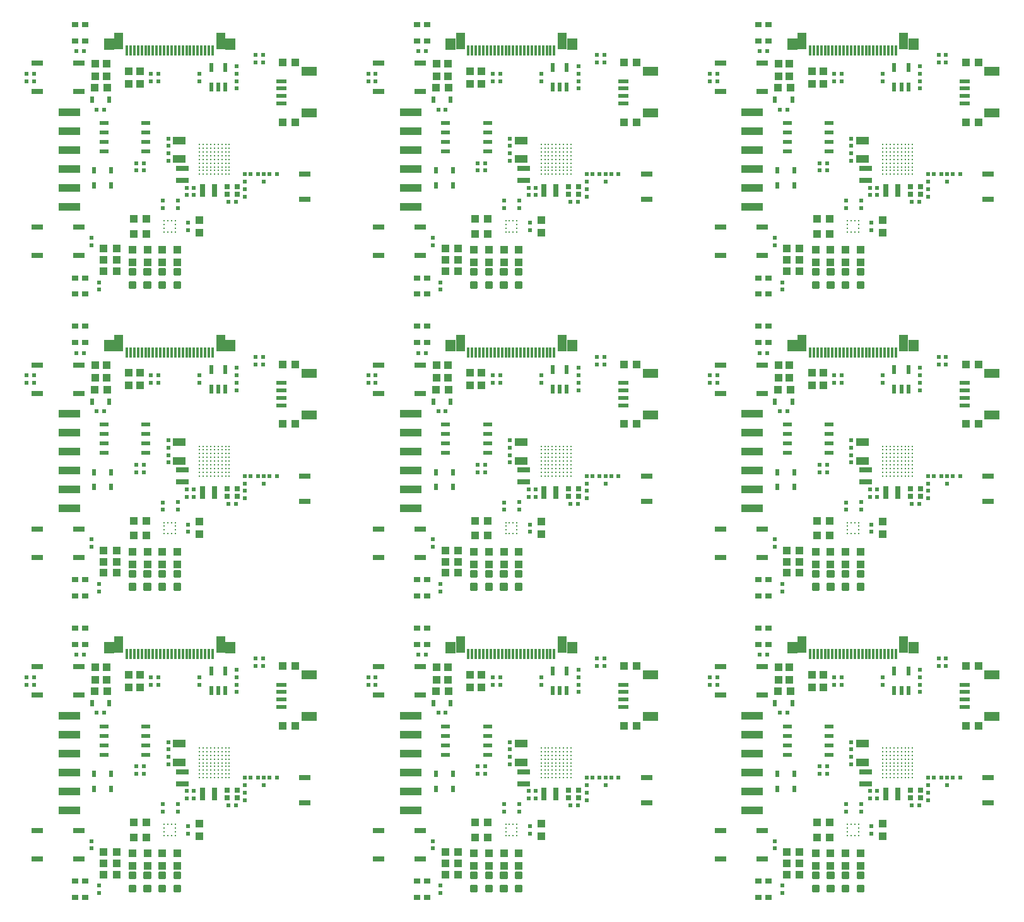
<source format=gtp>
G75*
%MOIN*%
%OFA0B0*%
%FSLAX25Y25*%
%IPPOS*%
%LPD*%
%AMOC8*
5,1,8,0,0,1.08239X$1,22.5*
%
%ADD10R,0.11811X0.03937*%
%ADD11C,0.01000*%
%ADD12R,0.02953X0.02756*%
%ADD13R,0.02362X0.02362*%
%ADD14R,0.07087X0.03937*%
%ADD15R,0.07087X0.03150*%
%ADD16R,0.03150X0.07087*%
%ADD17R,0.06299X0.03150*%
%ADD18R,0.03543X0.02598*%
%ADD19R,0.01181X0.05512*%
%ADD20R,0.04921X0.09055*%
%ADD21R,0.05512X0.06299*%
%ADD22R,0.00984X0.01083*%
%ADD23R,0.01083X0.00984*%
%ADD24R,0.03937X0.04331*%
%ADD25R,0.04331X0.03937*%
%ADD26R,0.02480X0.03268*%
%ADD27R,0.02165X0.04724*%
%ADD28R,0.06000X0.03000*%
%ADD29C,0.01181*%
%ADD30R,0.04724X0.02362*%
%ADD31R,0.07874X0.04724*%
%ADD32R,0.05315X0.02362*%
D10*
X0075341Y0082240D03*
X0075341Y0092240D03*
X0075341Y0102240D03*
X0075341Y0112240D03*
X0075341Y0122240D03*
X0075341Y0132240D03*
X0075341Y0241720D03*
X0075341Y0251720D03*
X0075341Y0261720D03*
X0075341Y0271720D03*
X0075341Y0281720D03*
X0075341Y0291720D03*
X0075341Y0401201D03*
X0075341Y0411201D03*
X0075341Y0421201D03*
X0075341Y0431201D03*
X0075341Y0441201D03*
X0075341Y0451201D03*
X0255821Y0451201D03*
X0255821Y0441201D03*
X0255821Y0431201D03*
X0255821Y0421201D03*
X0255821Y0411201D03*
X0255821Y0401201D03*
X0255821Y0291720D03*
X0255821Y0281720D03*
X0255821Y0271720D03*
X0255821Y0261720D03*
X0255821Y0251720D03*
X0255821Y0241720D03*
X0255821Y0132240D03*
X0255821Y0122240D03*
X0255821Y0112240D03*
X0255821Y0102240D03*
X0255821Y0092240D03*
X0255821Y0082240D03*
X0436301Y0082240D03*
X0436301Y0092240D03*
X0436301Y0102240D03*
X0436301Y0112240D03*
X0436301Y0122240D03*
X0436301Y0132240D03*
X0436301Y0241720D03*
X0436301Y0251720D03*
X0436301Y0261720D03*
X0436301Y0271720D03*
X0436301Y0281720D03*
X0436301Y0291720D03*
X0436301Y0401201D03*
X0436301Y0411201D03*
X0436301Y0421201D03*
X0436301Y0431201D03*
X0436301Y0441201D03*
X0436301Y0451201D03*
D11*
X0505199Y0434075D03*
X0507167Y0434075D03*
X0507167Y0432106D03*
X0505199Y0432106D03*
X0505199Y0430138D03*
X0507167Y0430138D03*
X0507167Y0428169D03*
X0505199Y0428169D03*
X0505199Y0426201D03*
X0507167Y0426201D03*
X0507167Y0424232D03*
X0505199Y0424232D03*
X0505199Y0422264D03*
X0507167Y0422264D03*
X0507167Y0420295D03*
X0505199Y0420295D03*
X0505199Y0418327D03*
X0507167Y0418327D03*
X0509136Y0418327D03*
X0509136Y0420295D03*
X0511104Y0420295D03*
X0511104Y0418327D03*
X0513073Y0418327D03*
X0513073Y0420295D03*
X0515041Y0420295D03*
X0515041Y0418327D03*
X0517010Y0418327D03*
X0517010Y0420295D03*
X0518978Y0420295D03*
X0518978Y0418327D03*
X0520947Y0418327D03*
X0520947Y0420295D03*
X0520947Y0422264D03*
X0520947Y0424232D03*
X0518978Y0424232D03*
X0517010Y0424232D03*
X0517010Y0422264D03*
X0518978Y0422264D03*
X0515041Y0422264D03*
X0513073Y0422264D03*
X0513073Y0424232D03*
X0515041Y0424232D03*
X0515041Y0426201D03*
X0513073Y0426201D03*
X0513073Y0428169D03*
X0515041Y0428169D03*
X0515041Y0430138D03*
X0513073Y0430138D03*
X0513073Y0432106D03*
X0515041Y0432106D03*
X0515041Y0434075D03*
X0513073Y0434075D03*
X0511104Y0434075D03*
X0509136Y0434075D03*
X0509136Y0432106D03*
X0509136Y0430138D03*
X0511104Y0430138D03*
X0511104Y0432106D03*
X0511104Y0428169D03*
X0509136Y0428169D03*
X0509136Y0426201D03*
X0511104Y0426201D03*
X0511104Y0424232D03*
X0509136Y0424232D03*
X0509136Y0422264D03*
X0511104Y0422264D03*
X0517010Y0426201D03*
X0517010Y0428169D03*
X0518978Y0428169D03*
X0518978Y0426201D03*
X0520947Y0426201D03*
X0520947Y0428169D03*
X0520947Y0430138D03*
X0520947Y0432106D03*
X0518978Y0432106D03*
X0517010Y0432106D03*
X0517010Y0430138D03*
X0518978Y0430138D03*
X0518978Y0434075D03*
X0517010Y0434075D03*
X0520947Y0434075D03*
X0340467Y0434075D03*
X0340467Y0432106D03*
X0340467Y0430138D03*
X0340467Y0428169D03*
X0340467Y0426201D03*
X0340467Y0424232D03*
X0340467Y0422264D03*
X0340467Y0420295D03*
X0340467Y0418327D03*
X0338498Y0418327D03*
X0338498Y0420295D03*
X0336530Y0420295D03*
X0336530Y0418327D03*
X0334561Y0418327D03*
X0334561Y0420295D03*
X0332593Y0420295D03*
X0332593Y0418327D03*
X0330624Y0418327D03*
X0330624Y0420295D03*
X0328655Y0420295D03*
X0326687Y0420295D03*
X0326687Y0418327D03*
X0328655Y0418327D03*
X0324718Y0418327D03*
X0324718Y0420295D03*
X0324718Y0422264D03*
X0324718Y0424232D03*
X0324718Y0426201D03*
X0324718Y0428169D03*
X0324718Y0430138D03*
X0324718Y0432106D03*
X0324718Y0434075D03*
X0326687Y0434075D03*
X0328655Y0434075D03*
X0328655Y0432106D03*
X0326687Y0432106D03*
X0326687Y0430138D03*
X0328655Y0430138D03*
X0328655Y0428169D03*
X0326687Y0428169D03*
X0326687Y0426201D03*
X0328655Y0426201D03*
X0328655Y0424232D03*
X0326687Y0424232D03*
X0326687Y0422264D03*
X0328655Y0422264D03*
X0330624Y0422264D03*
X0330624Y0424232D03*
X0332593Y0424232D03*
X0334561Y0424232D03*
X0334561Y0422264D03*
X0332593Y0422264D03*
X0336530Y0422264D03*
X0338498Y0422264D03*
X0338498Y0424232D03*
X0336530Y0424232D03*
X0336530Y0426201D03*
X0338498Y0426201D03*
X0338498Y0428169D03*
X0336530Y0428169D03*
X0336530Y0430138D03*
X0338498Y0430138D03*
X0338498Y0432106D03*
X0336530Y0432106D03*
X0336530Y0434075D03*
X0338498Y0434075D03*
X0334561Y0434075D03*
X0332593Y0434075D03*
X0332593Y0432106D03*
X0334561Y0432106D03*
X0334561Y0430138D03*
X0332593Y0430138D03*
X0332593Y0428169D03*
X0334561Y0428169D03*
X0334561Y0426201D03*
X0332593Y0426201D03*
X0330624Y0426201D03*
X0330624Y0428169D03*
X0330624Y0430138D03*
X0330624Y0432106D03*
X0330624Y0434075D03*
X0159986Y0434075D03*
X0158018Y0434075D03*
X0158018Y0432106D03*
X0159986Y0432106D03*
X0159986Y0430138D03*
X0158018Y0430138D03*
X0158018Y0428169D03*
X0159986Y0428169D03*
X0159986Y0426201D03*
X0158018Y0426201D03*
X0158018Y0424232D03*
X0159986Y0424232D03*
X0159986Y0422264D03*
X0158018Y0422264D03*
X0158018Y0420295D03*
X0159986Y0420295D03*
X0159986Y0418327D03*
X0158018Y0418327D03*
X0156049Y0418327D03*
X0156049Y0420295D03*
X0154081Y0420295D03*
X0154081Y0418327D03*
X0152112Y0418327D03*
X0152112Y0420295D03*
X0150144Y0420295D03*
X0150144Y0418327D03*
X0148175Y0418327D03*
X0148175Y0420295D03*
X0146207Y0420295D03*
X0146207Y0418327D03*
X0144238Y0418327D03*
X0144238Y0420295D03*
X0144238Y0422264D03*
X0144238Y0424232D03*
X0146207Y0424232D03*
X0148175Y0424232D03*
X0148175Y0422264D03*
X0146207Y0422264D03*
X0150144Y0422264D03*
X0152112Y0422264D03*
X0152112Y0424232D03*
X0150144Y0424232D03*
X0150144Y0426201D03*
X0152112Y0426201D03*
X0152112Y0428169D03*
X0150144Y0428169D03*
X0150144Y0430138D03*
X0152112Y0430138D03*
X0152112Y0432106D03*
X0150144Y0432106D03*
X0150144Y0434075D03*
X0152112Y0434075D03*
X0154081Y0434075D03*
X0156049Y0434075D03*
X0156049Y0432106D03*
X0156049Y0430138D03*
X0154081Y0430138D03*
X0154081Y0432106D03*
X0154081Y0428169D03*
X0156049Y0428169D03*
X0156049Y0426201D03*
X0154081Y0426201D03*
X0154081Y0424232D03*
X0156049Y0424232D03*
X0156049Y0422264D03*
X0154081Y0422264D03*
X0148175Y0426201D03*
X0148175Y0428169D03*
X0146207Y0428169D03*
X0146207Y0426201D03*
X0144238Y0426201D03*
X0144238Y0428169D03*
X0144238Y0430138D03*
X0144238Y0432106D03*
X0146207Y0432106D03*
X0148175Y0432106D03*
X0148175Y0430138D03*
X0146207Y0430138D03*
X0146207Y0434075D03*
X0148175Y0434075D03*
X0144238Y0434075D03*
X0144238Y0274594D03*
X0144238Y0272626D03*
X0144238Y0270657D03*
X0144238Y0268689D03*
X0144238Y0266720D03*
X0144238Y0264752D03*
X0144238Y0262783D03*
X0144238Y0260815D03*
X0144238Y0258846D03*
X0146207Y0258846D03*
X0148175Y0258846D03*
X0150144Y0258846D03*
X0152112Y0258846D03*
X0154081Y0258846D03*
X0156049Y0258846D03*
X0158018Y0258846D03*
X0159986Y0258846D03*
X0159986Y0260815D03*
X0158018Y0260815D03*
X0158018Y0262783D03*
X0159986Y0262783D03*
X0159986Y0264752D03*
X0158018Y0264752D03*
X0158018Y0266720D03*
X0159986Y0266720D03*
X0159986Y0268689D03*
X0158018Y0268689D03*
X0158018Y0270657D03*
X0159986Y0270657D03*
X0159986Y0272626D03*
X0158018Y0272626D03*
X0158018Y0274594D03*
X0159986Y0274594D03*
X0156049Y0274594D03*
X0156049Y0272626D03*
X0154081Y0272626D03*
X0154081Y0274594D03*
X0152112Y0274594D03*
X0152112Y0272626D03*
X0150144Y0272626D03*
X0150144Y0274594D03*
X0148175Y0274594D03*
X0148175Y0272626D03*
X0146207Y0272626D03*
X0146207Y0274594D03*
X0146207Y0270657D03*
X0146207Y0268689D03*
X0148175Y0268689D03*
X0148175Y0270657D03*
X0150144Y0270657D03*
X0150144Y0268689D03*
X0152112Y0268689D03*
X0152112Y0270657D03*
X0154081Y0270657D03*
X0154081Y0268689D03*
X0156049Y0268689D03*
X0156049Y0270657D03*
X0156049Y0266720D03*
X0156049Y0264752D03*
X0154081Y0264752D03*
X0154081Y0266720D03*
X0152112Y0266720D03*
X0152112Y0264752D03*
X0150144Y0264752D03*
X0150144Y0266720D03*
X0148175Y0266720D03*
X0148175Y0264752D03*
X0146207Y0264752D03*
X0146207Y0266720D03*
X0146207Y0262783D03*
X0146207Y0260815D03*
X0148175Y0260815D03*
X0148175Y0262783D03*
X0150144Y0262783D03*
X0150144Y0260815D03*
X0152112Y0260815D03*
X0152112Y0262783D03*
X0154081Y0262783D03*
X0154081Y0260815D03*
X0156049Y0260815D03*
X0156049Y0262783D03*
X0324718Y0262783D03*
X0324718Y0260815D03*
X0324718Y0258846D03*
X0326687Y0258846D03*
X0328655Y0258846D03*
X0328655Y0260815D03*
X0326687Y0260815D03*
X0326687Y0262783D03*
X0328655Y0262783D03*
X0328655Y0264752D03*
X0326687Y0264752D03*
X0326687Y0266720D03*
X0328655Y0266720D03*
X0328655Y0268689D03*
X0326687Y0268689D03*
X0326687Y0270657D03*
X0328655Y0270657D03*
X0328655Y0272626D03*
X0326687Y0272626D03*
X0326687Y0274594D03*
X0328655Y0274594D03*
X0330624Y0274594D03*
X0330624Y0272626D03*
X0332593Y0272626D03*
X0334561Y0272626D03*
X0334561Y0274594D03*
X0332593Y0274594D03*
X0336530Y0274594D03*
X0338498Y0274594D03*
X0338498Y0272626D03*
X0336530Y0272626D03*
X0336530Y0270657D03*
X0338498Y0270657D03*
X0338498Y0268689D03*
X0336530Y0268689D03*
X0336530Y0266720D03*
X0338498Y0266720D03*
X0338498Y0264752D03*
X0336530Y0264752D03*
X0336530Y0262783D03*
X0338498Y0262783D03*
X0338498Y0260815D03*
X0336530Y0260815D03*
X0336530Y0258846D03*
X0338498Y0258846D03*
X0340467Y0258846D03*
X0340467Y0260815D03*
X0340467Y0262783D03*
X0340467Y0264752D03*
X0340467Y0266720D03*
X0340467Y0268689D03*
X0340467Y0270657D03*
X0340467Y0272626D03*
X0340467Y0274594D03*
X0334561Y0270657D03*
X0334561Y0268689D03*
X0332593Y0268689D03*
X0332593Y0270657D03*
X0330624Y0270657D03*
X0330624Y0268689D03*
X0330624Y0266720D03*
X0330624Y0264752D03*
X0332593Y0264752D03*
X0334561Y0264752D03*
X0334561Y0266720D03*
X0332593Y0266720D03*
X0332593Y0262783D03*
X0334561Y0262783D03*
X0334561Y0260815D03*
X0332593Y0260815D03*
X0332593Y0258846D03*
X0334561Y0258846D03*
X0330624Y0258846D03*
X0330624Y0260815D03*
X0330624Y0262783D03*
X0324718Y0264752D03*
X0324718Y0266720D03*
X0324718Y0268689D03*
X0324718Y0270657D03*
X0324718Y0272626D03*
X0324718Y0274594D03*
X0505199Y0274594D03*
X0505199Y0272626D03*
X0507167Y0272626D03*
X0507167Y0274594D03*
X0509136Y0274594D03*
X0509136Y0272626D03*
X0511104Y0272626D03*
X0511104Y0274594D03*
X0513073Y0274594D03*
X0513073Y0272626D03*
X0515041Y0272626D03*
X0515041Y0274594D03*
X0517010Y0274594D03*
X0517010Y0272626D03*
X0518978Y0272626D03*
X0518978Y0274594D03*
X0520947Y0274594D03*
X0520947Y0272626D03*
X0520947Y0270657D03*
X0520947Y0268689D03*
X0520947Y0266720D03*
X0520947Y0264752D03*
X0520947Y0262783D03*
X0520947Y0260815D03*
X0520947Y0258846D03*
X0518978Y0258846D03*
X0517010Y0258846D03*
X0515041Y0258846D03*
X0513073Y0258846D03*
X0511104Y0258846D03*
X0509136Y0258846D03*
X0507167Y0258846D03*
X0505199Y0258846D03*
X0505199Y0260815D03*
X0507167Y0260815D03*
X0507167Y0262783D03*
X0505199Y0262783D03*
X0505199Y0264752D03*
X0507167Y0264752D03*
X0507167Y0266720D03*
X0505199Y0266720D03*
X0505199Y0268689D03*
X0507167Y0268689D03*
X0507167Y0270657D03*
X0505199Y0270657D03*
X0509136Y0270657D03*
X0509136Y0268689D03*
X0511104Y0268689D03*
X0511104Y0270657D03*
X0513073Y0270657D03*
X0513073Y0268689D03*
X0515041Y0268689D03*
X0515041Y0270657D03*
X0517010Y0270657D03*
X0517010Y0268689D03*
X0518978Y0268689D03*
X0518978Y0270657D03*
X0518978Y0266720D03*
X0518978Y0264752D03*
X0517010Y0264752D03*
X0517010Y0266720D03*
X0515041Y0266720D03*
X0515041Y0264752D03*
X0513073Y0264752D03*
X0513073Y0266720D03*
X0511104Y0266720D03*
X0511104Y0264752D03*
X0509136Y0264752D03*
X0509136Y0266720D03*
X0509136Y0262783D03*
X0509136Y0260815D03*
X0511104Y0260815D03*
X0511104Y0262783D03*
X0513073Y0262783D03*
X0513073Y0260815D03*
X0515041Y0260815D03*
X0515041Y0262783D03*
X0517010Y0262783D03*
X0517010Y0260815D03*
X0518978Y0260815D03*
X0518978Y0262783D03*
X0518978Y0115114D03*
X0517010Y0115114D03*
X0517010Y0113146D03*
X0518978Y0113146D03*
X0520947Y0113146D03*
X0520947Y0115114D03*
X0520947Y0111177D03*
X0520947Y0109209D03*
X0518978Y0109209D03*
X0518978Y0111177D03*
X0517010Y0111177D03*
X0517010Y0109209D03*
X0515041Y0109209D03*
X0515041Y0111177D03*
X0513073Y0111177D03*
X0513073Y0109209D03*
X0511104Y0109209D03*
X0511104Y0111177D03*
X0509136Y0111177D03*
X0509136Y0109209D03*
X0507167Y0109209D03*
X0507167Y0111177D03*
X0505199Y0111177D03*
X0505199Y0109209D03*
X0505199Y0107240D03*
X0507167Y0107240D03*
X0507167Y0105272D03*
X0505199Y0105272D03*
X0505199Y0103303D03*
X0507167Y0103303D03*
X0507167Y0101335D03*
X0505199Y0101335D03*
X0505199Y0099366D03*
X0507167Y0099366D03*
X0509136Y0099366D03*
X0511104Y0099366D03*
X0511104Y0101335D03*
X0511104Y0103303D03*
X0509136Y0103303D03*
X0509136Y0101335D03*
X0509136Y0105272D03*
X0509136Y0107240D03*
X0511104Y0107240D03*
X0511104Y0105272D03*
X0513073Y0105272D03*
X0513073Y0107240D03*
X0515041Y0107240D03*
X0515041Y0105272D03*
X0517010Y0105272D03*
X0517010Y0107240D03*
X0518978Y0107240D03*
X0518978Y0105272D03*
X0520947Y0105272D03*
X0520947Y0107240D03*
X0520947Y0103303D03*
X0520947Y0101335D03*
X0518978Y0101335D03*
X0518978Y0103303D03*
X0517010Y0103303D03*
X0517010Y0101335D03*
X0515041Y0101335D03*
X0515041Y0103303D03*
X0513073Y0103303D03*
X0513073Y0101335D03*
X0513073Y0099366D03*
X0515041Y0099366D03*
X0517010Y0099366D03*
X0518978Y0099366D03*
X0520947Y0099366D03*
X0515041Y0113146D03*
X0515041Y0115114D03*
X0513073Y0115114D03*
X0513073Y0113146D03*
X0511104Y0113146D03*
X0511104Y0115114D03*
X0509136Y0115114D03*
X0509136Y0113146D03*
X0507167Y0113146D03*
X0507167Y0115114D03*
X0505199Y0115114D03*
X0505199Y0113146D03*
X0340467Y0113146D03*
X0340467Y0115114D03*
X0338498Y0115114D03*
X0338498Y0113146D03*
X0336530Y0113146D03*
X0336530Y0115114D03*
X0334561Y0115114D03*
X0334561Y0113146D03*
X0332593Y0113146D03*
X0332593Y0115114D03*
X0330624Y0115114D03*
X0330624Y0113146D03*
X0328655Y0113146D03*
X0326687Y0113146D03*
X0326687Y0115114D03*
X0328655Y0115114D03*
X0324718Y0115114D03*
X0324718Y0113146D03*
X0324718Y0111177D03*
X0324718Y0109209D03*
X0324718Y0107240D03*
X0324718Y0105272D03*
X0324718Y0103303D03*
X0324718Y0101335D03*
X0324718Y0099366D03*
X0326687Y0099366D03*
X0328655Y0099366D03*
X0328655Y0101335D03*
X0326687Y0101335D03*
X0326687Y0103303D03*
X0328655Y0103303D03*
X0328655Y0105272D03*
X0326687Y0105272D03*
X0326687Y0107240D03*
X0328655Y0107240D03*
X0328655Y0109209D03*
X0326687Y0109209D03*
X0326687Y0111177D03*
X0328655Y0111177D03*
X0330624Y0111177D03*
X0330624Y0109209D03*
X0332593Y0109209D03*
X0334561Y0109209D03*
X0334561Y0111177D03*
X0332593Y0111177D03*
X0336530Y0111177D03*
X0338498Y0111177D03*
X0338498Y0109209D03*
X0336530Y0109209D03*
X0336530Y0107240D03*
X0338498Y0107240D03*
X0338498Y0105272D03*
X0336530Y0105272D03*
X0336530Y0103303D03*
X0338498Y0103303D03*
X0338498Y0101335D03*
X0336530Y0101335D03*
X0336530Y0099366D03*
X0338498Y0099366D03*
X0340467Y0099366D03*
X0340467Y0101335D03*
X0340467Y0103303D03*
X0340467Y0105272D03*
X0340467Y0107240D03*
X0340467Y0109209D03*
X0340467Y0111177D03*
X0334561Y0107240D03*
X0334561Y0105272D03*
X0332593Y0105272D03*
X0332593Y0107240D03*
X0330624Y0107240D03*
X0330624Y0105272D03*
X0330624Y0103303D03*
X0330624Y0101335D03*
X0332593Y0101335D03*
X0334561Y0101335D03*
X0334561Y0103303D03*
X0332593Y0103303D03*
X0332593Y0099366D03*
X0334561Y0099366D03*
X0330624Y0099366D03*
X0159986Y0099366D03*
X0158018Y0099366D03*
X0158018Y0101335D03*
X0158018Y0103303D03*
X0159986Y0103303D03*
X0159986Y0101335D03*
X0159986Y0105272D03*
X0159986Y0107240D03*
X0158018Y0107240D03*
X0158018Y0105272D03*
X0156049Y0105272D03*
X0156049Y0107240D03*
X0154081Y0107240D03*
X0154081Y0105272D03*
X0152112Y0105272D03*
X0152112Y0107240D03*
X0150144Y0107240D03*
X0150144Y0105272D03*
X0148175Y0105272D03*
X0148175Y0107240D03*
X0146207Y0107240D03*
X0146207Y0105272D03*
X0144238Y0105272D03*
X0144238Y0107240D03*
X0144238Y0109209D03*
X0144238Y0111177D03*
X0144238Y0113146D03*
X0144238Y0115114D03*
X0146207Y0115114D03*
X0148175Y0115114D03*
X0148175Y0113146D03*
X0146207Y0113146D03*
X0146207Y0111177D03*
X0148175Y0111177D03*
X0148175Y0109209D03*
X0146207Y0109209D03*
X0150144Y0109209D03*
X0150144Y0111177D03*
X0152112Y0111177D03*
X0152112Y0109209D03*
X0154081Y0109209D03*
X0154081Y0111177D03*
X0156049Y0111177D03*
X0156049Y0109209D03*
X0158018Y0109209D03*
X0158018Y0111177D03*
X0159986Y0111177D03*
X0159986Y0109209D03*
X0159986Y0113146D03*
X0159986Y0115114D03*
X0158018Y0115114D03*
X0158018Y0113146D03*
X0156049Y0113146D03*
X0156049Y0115114D03*
X0154081Y0115114D03*
X0154081Y0113146D03*
X0152112Y0113146D03*
X0152112Y0115114D03*
X0150144Y0115114D03*
X0150144Y0113146D03*
X0150144Y0103303D03*
X0152112Y0103303D03*
X0152112Y0101335D03*
X0150144Y0101335D03*
X0148175Y0101335D03*
X0148175Y0103303D03*
X0146207Y0103303D03*
X0146207Y0101335D03*
X0144238Y0101335D03*
X0144238Y0103303D03*
X0144238Y0099366D03*
X0146207Y0099366D03*
X0148175Y0099366D03*
X0150144Y0099366D03*
X0152112Y0099366D03*
X0154081Y0099366D03*
X0156049Y0099366D03*
X0156049Y0101335D03*
X0156049Y0103303D03*
X0154081Y0103303D03*
X0154081Y0101335D03*
D12*
X0158804Y0092673D03*
X0158804Y0088736D03*
X0164119Y0088736D03*
X0164119Y0092673D03*
X0339284Y0092673D03*
X0339284Y0088736D03*
X0344599Y0088736D03*
X0344599Y0092673D03*
X0519764Y0092673D03*
X0519764Y0088736D03*
X0525079Y0088736D03*
X0525079Y0092673D03*
X0525079Y0248217D03*
X0525079Y0252154D03*
X0519764Y0252154D03*
X0519764Y0248217D03*
X0344599Y0248217D03*
X0344599Y0252154D03*
X0339284Y0252154D03*
X0339284Y0248217D03*
X0164119Y0248217D03*
X0164119Y0252154D03*
X0158804Y0252154D03*
X0158804Y0248217D03*
X0158804Y0407697D03*
X0158804Y0411634D03*
X0164119Y0411634D03*
X0164119Y0407697D03*
X0339284Y0407697D03*
X0339284Y0411634D03*
X0344599Y0411634D03*
X0344599Y0407697D03*
X0519764Y0407697D03*
X0519764Y0411634D03*
X0525079Y0411634D03*
X0525079Y0407697D03*
D13*
X0524490Y0403660D03*
X0520553Y0403660D03*
X0529215Y0406516D03*
X0529215Y0410453D03*
X0529215Y0414390D03*
X0529215Y0418327D03*
X0532212Y0418327D03*
X0536149Y0418327D03*
X0539181Y0418327D03*
X0542212Y0418327D03*
X0546149Y0418327D03*
X0539181Y0414390D03*
X0502246Y0411240D03*
X0498506Y0411240D03*
X0498506Y0407303D03*
X0502246Y0407303D03*
X0493711Y0404429D03*
X0493711Y0400492D03*
X0485711Y0400461D03*
X0485711Y0404398D03*
X0499293Y0392736D03*
X0499293Y0388799D03*
X0475671Y0420295D03*
X0471734Y0420295D03*
X0471734Y0424232D03*
X0475671Y0424232D03*
X0488663Y0425413D03*
X0488663Y0429350D03*
X0488663Y0433287D03*
X0488663Y0437224D03*
X0454805Y0452579D03*
X0450868Y0452579D03*
X0479608Y0467539D03*
X0483545Y0467539D03*
X0483545Y0471476D03*
X0479608Y0471476D03*
X0505199Y0471476D03*
X0505199Y0467539D03*
X0524884Y0467539D03*
X0524884Y0463602D03*
X0524884Y0471476D03*
X0524884Y0475413D03*
X0534726Y0477382D03*
X0534726Y0481319D03*
X0538663Y0481319D03*
X0538663Y0477382D03*
X0444175Y0483287D03*
X0440238Y0483287D03*
X0417797Y0471476D03*
X0417797Y0467539D03*
X0413860Y0467539D03*
X0413860Y0471476D03*
X0358183Y0477382D03*
X0358183Y0481319D03*
X0354246Y0481319D03*
X0354246Y0477382D03*
X0344404Y0475413D03*
X0344404Y0471476D03*
X0344404Y0467539D03*
X0344404Y0463602D03*
X0324718Y0467539D03*
X0324718Y0471476D03*
X0303065Y0471476D03*
X0303065Y0467539D03*
X0299128Y0467539D03*
X0299128Y0471476D03*
X0274325Y0452579D03*
X0270388Y0452579D03*
X0291254Y0424232D03*
X0291254Y0420295D03*
X0295191Y0420295D03*
X0295191Y0424232D03*
X0308183Y0425413D03*
X0308183Y0429350D03*
X0308183Y0433287D03*
X0308183Y0437224D03*
X0318026Y0411240D03*
X0321766Y0411240D03*
X0321766Y0407303D03*
X0318026Y0407303D03*
X0313230Y0404429D03*
X0313230Y0400492D03*
X0305230Y0400461D03*
X0305230Y0404398D03*
X0318813Y0392736D03*
X0318813Y0388799D03*
X0340073Y0403660D03*
X0344010Y0403660D03*
X0348734Y0406516D03*
X0348734Y0410453D03*
X0348734Y0414390D03*
X0348734Y0418327D03*
X0351732Y0418327D03*
X0355669Y0418327D03*
X0358700Y0418327D03*
X0361732Y0418327D03*
X0365669Y0418327D03*
X0358700Y0414390D03*
X0271569Y0361240D03*
X0271569Y0357303D03*
X0267632Y0380925D03*
X0267632Y0384862D03*
X0263695Y0323807D03*
X0259758Y0323807D03*
X0237317Y0311996D03*
X0237317Y0308059D03*
X0233380Y0308059D03*
X0233380Y0311996D03*
X0270388Y0293098D03*
X0274325Y0293098D03*
X0299128Y0308059D03*
X0303065Y0308059D03*
X0303065Y0311996D03*
X0299128Y0311996D03*
X0324718Y0311996D03*
X0324718Y0308059D03*
X0344404Y0308059D03*
X0344404Y0304122D03*
X0344404Y0311996D03*
X0344404Y0315933D03*
X0354246Y0317902D03*
X0354246Y0321839D03*
X0358183Y0321839D03*
X0358183Y0317902D03*
X0308183Y0277744D03*
X0308183Y0273807D03*
X0308183Y0269870D03*
X0308183Y0265933D03*
X0295191Y0264752D03*
X0295191Y0260815D03*
X0291254Y0260815D03*
X0291254Y0264752D03*
X0318026Y0251760D03*
X0321766Y0251760D03*
X0321766Y0247823D03*
X0318026Y0247823D03*
X0313230Y0244949D03*
X0313230Y0241012D03*
X0305230Y0240980D03*
X0305230Y0244917D03*
X0318813Y0233256D03*
X0318813Y0229319D03*
X0340073Y0244180D03*
X0344010Y0244180D03*
X0348734Y0247035D03*
X0348734Y0250972D03*
X0348734Y0254909D03*
X0348734Y0258846D03*
X0351732Y0258846D03*
X0355669Y0258846D03*
X0358700Y0258846D03*
X0361732Y0258846D03*
X0365669Y0258846D03*
X0358700Y0254909D03*
X0413860Y0308059D03*
X0413860Y0311996D03*
X0417797Y0311996D03*
X0417797Y0308059D03*
X0440238Y0323807D03*
X0444175Y0323807D03*
X0479608Y0311996D03*
X0479608Y0308059D03*
X0483545Y0308059D03*
X0483545Y0311996D03*
X0505199Y0311996D03*
X0505199Y0308059D03*
X0524884Y0308059D03*
X0524884Y0304122D03*
X0524884Y0311996D03*
X0524884Y0315933D03*
X0534726Y0317902D03*
X0534726Y0321839D03*
X0538663Y0321839D03*
X0538663Y0317902D03*
X0488663Y0277744D03*
X0488663Y0273807D03*
X0488663Y0269870D03*
X0488663Y0265933D03*
X0475671Y0264752D03*
X0471734Y0264752D03*
X0471734Y0260815D03*
X0475671Y0260815D03*
X0485711Y0244917D03*
X0485711Y0240980D03*
X0493711Y0241012D03*
X0493711Y0244949D03*
X0498506Y0247823D03*
X0502246Y0247823D03*
X0502246Y0251760D03*
X0498506Y0251760D03*
X0520553Y0244180D03*
X0524490Y0244180D03*
X0529215Y0247035D03*
X0529215Y0250972D03*
X0529215Y0254909D03*
X0529215Y0258846D03*
X0532212Y0258846D03*
X0536149Y0258846D03*
X0539181Y0258846D03*
X0542212Y0258846D03*
X0546149Y0258846D03*
X0539181Y0254909D03*
X0499293Y0233256D03*
X0499293Y0229319D03*
X0452049Y0201760D03*
X0452049Y0197823D03*
X0448112Y0221445D03*
X0448112Y0225382D03*
X0444175Y0164327D03*
X0440238Y0164327D03*
X0417797Y0152516D03*
X0413860Y0152516D03*
X0413860Y0148579D03*
X0417797Y0148579D03*
X0450868Y0133618D03*
X0454805Y0133618D03*
X0479608Y0148579D03*
X0479608Y0152516D03*
X0483545Y0152516D03*
X0483545Y0148579D03*
X0505199Y0148579D03*
X0505199Y0152516D03*
X0524884Y0152516D03*
X0524884Y0156453D03*
X0524884Y0148579D03*
X0524884Y0144642D03*
X0534726Y0158421D03*
X0534726Y0162358D03*
X0538663Y0162358D03*
X0538663Y0158421D03*
X0488663Y0118264D03*
X0488663Y0114327D03*
X0488663Y0110390D03*
X0488663Y0106453D03*
X0475671Y0105272D03*
X0471734Y0105272D03*
X0471734Y0101335D03*
X0475671Y0101335D03*
X0485711Y0085437D03*
X0485711Y0081500D03*
X0493711Y0081531D03*
X0493711Y0085469D03*
X0498506Y0088343D03*
X0502246Y0088343D03*
X0502246Y0092280D03*
X0498506Y0092280D03*
X0520553Y0084699D03*
X0524490Y0084699D03*
X0529215Y0087555D03*
X0529215Y0091492D03*
X0529215Y0095429D03*
X0529215Y0099366D03*
X0532212Y0099366D03*
X0536149Y0099366D03*
X0539181Y0099366D03*
X0542212Y0099366D03*
X0546149Y0099366D03*
X0539181Y0095429D03*
X0499293Y0073776D03*
X0499293Y0069839D03*
X0452049Y0042280D03*
X0452049Y0038343D03*
X0448112Y0061965D03*
X0448112Y0065902D03*
X0365669Y0099366D03*
X0361732Y0099366D03*
X0358700Y0099366D03*
X0355669Y0099366D03*
X0351732Y0099366D03*
X0348734Y0099366D03*
X0348734Y0095429D03*
X0348734Y0091492D03*
X0348734Y0087555D03*
X0344010Y0084699D03*
X0340073Y0084699D03*
X0358700Y0095429D03*
X0321766Y0092280D03*
X0318026Y0092280D03*
X0318026Y0088343D03*
X0321766Y0088343D03*
X0313230Y0085469D03*
X0313230Y0081531D03*
X0305230Y0081500D03*
X0305230Y0085437D03*
X0295191Y0101335D03*
X0295191Y0105272D03*
X0291254Y0105272D03*
X0291254Y0101335D03*
X0308183Y0106453D03*
X0308183Y0110390D03*
X0308183Y0114327D03*
X0308183Y0118264D03*
X0303065Y0148579D03*
X0303065Y0152516D03*
X0299128Y0152516D03*
X0299128Y0148579D03*
X0324718Y0148579D03*
X0324718Y0152516D03*
X0344404Y0152516D03*
X0344404Y0156453D03*
X0344404Y0148579D03*
X0344404Y0144642D03*
X0354246Y0158421D03*
X0358183Y0158421D03*
X0358183Y0162358D03*
X0354246Y0162358D03*
X0274325Y0133618D03*
X0270388Y0133618D03*
X0263695Y0164327D03*
X0259758Y0164327D03*
X0237317Y0152516D03*
X0233380Y0152516D03*
X0233380Y0148579D03*
X0237317Y0148579D03*
X0177703Y0158421D03*
X0173766Y0158421D03*
X0173766Y0162358D03*
X0177703Y0162358D03*
X0163923Y0156453D03*
X0163923Y0152516D03*
X0163923Y0148579D03*
X0163923Y0144642D03*
X0144238Y0148579D03*
X0144238Y0152516D03*
X0122585Y0152516D03*
X0122585Y0148579D03*
X0118648Y0148579D03*
X0118648Y0152516D03*
X0093844Y0133618D03*
X0089907Y0133618D03*
X0056837Y0148579D03*
X0056837Y0152516D03*
X0052900Y0152516D03*
X0052900Y0148579D03*
X0079278Y0164327D03*
X0083215Y0164327D03*
X0091089Y0197823D03*
X0091089Y0201760D03*
X0087152Y0221445D03*
X0087152Y0225382D03*
X0124750Y0240980D03*
X0124750Y0244917D03*
X0132750Y0244949D03*
X0132750Y0241012D03*
X0137545Y0247823D03*
X0141285Y0247823D03*
X0141285Y0251760D03*
X0137545Y0251760D03*
X0127703Y0265933D03*
X0127703Y0269870D03*
X0127703Y0273807D03*
X0127703Y0277744D03*
X0114711Y0264752D03*
X0114711Y0260815D03*
X0110774Y0260815D03*
X0110774Y0264752D03*
X0093844Y0293098D03*
X0089907Y0293098D03*
X0056837Y0308059D03*
X0056837Y0311996D03*
X0052900Y0311996D03*
X0052900Y0308059D03*
X0079278Y0323807D03*
X0083215Y0323807D03*
X0118648Y0311996D03*
X0122585Y0311996D03*
X0122585Y0308059D03*
X0118648Y0308059D03*
X0144238Y0308059D03*
X0144238Y0311996D03*
X0163923Y0311996D03*
X0163923Y0308059D03*
X0163923Y0304122D03*
X0163923Y0315933D03*
X0173766Y0317902D03*
X0173766Y0321839D03*
X0177703Y0321839D03*
X0177703Y0317902D03*
X0178220Y0258846D03*
X0175189Y0258846D03*
X0171252Y0258846D03*
X0168254Y0258846D03*
X0168254Y0254909D03*
X0168254Y0250972D03*
X0168254Y0247035D03*
X0163530Y0244180D03*
X0159593Y0244180D03*
X0178220Y0254909D03*
X0181252Y0258846D03*
X0185189Y0258846D03*
X0138333Y0233256D03*
X0138333Y0229319D03*
X0267632Y0225382D03*
X0267632Y0221445D03*
X0271569Y0201760D03*
X0271569Y0197823D03*
X0185189Y0099366D03*
X0181252Y0099366D03*
X0178220Y0099366D03*
X0175189Y0099366D03*
X0171252Y0099366D03*
X0168254Y0099366D03*
X0168254Y0095429D03*
X0168254Y0091492D03*
X0168254Y0087555D03*
X0163530Y0084699D03*
X0159593Y0084699D03*
X0178220Y0095429D03*
X0141285Y0092280D03*
X0137545Y0092280D03*
X0137545Y0088343D03*
X0141285Y0088343D03*
X0132750Y0085469D03*
X0132750Y0081531D03*
X0124750Y0081500D03*
X0124750Y0085437D03*
X0114711Y0101335D03*
X0114711Y0105272D03*
X0110774Y0105272D03*
X0110774Y0101335D03*
X0127703Y0106453D03*
X0127703Y0110390D03*
X0127703Y0114327D03*
X0127703Y0118264D03*
X0138333Y0073776D03*
X0138333Y0069839D03*
X0091089Y0042280D03*
X0091089Y0038343D03*
X0087152Y0061965D03*
X0087152Y0065902D03*
X0267632Y0065902D03*
X0267632Y0061965D03*
X0271569Y0042280D03*
X0271569Y0038343D03*
X0318813Y0069839D03*
X0318813Y0073776D03*
X0450868Y0293098D03*
X0454805Y0293098D03*
X0452049Y0357303D03*
X0452049Y0361240D03*
X0448112Y0380925D03*
X0448112Y0384862D03*
X0263695Y0483287D03*
X0259758Y0483287D03*
X0237317Y0471476D03*
X0237317Y0467539D03*
X0233380Y0467539D03*
X0233380Y0471476D03*
X0177703Y0477382D03*
X0177703Y0481319D03*
X0173766Y0481319D03*
X0173766Y0477382D03*
X0163923Y0475413D03*
X0163923Y0471476D03*
X0163923Y0467539D03*
X0163923Y0463602D03*
X0144238Y0467539D03*
X0144238Y0471476D03*
X0122585Y0471476D03*
X0122585Y0467539D03*
X0118648Y0467539D03*
X0118648Y0471476D03*
X0093844Y0452579D03*
X0089907Y0452579D03*
X0056837Y0467539D03*
X0056837Y0471476D03*
X0052900Y0471476D03*
X0052900Y0467539D03*
X0079278Y0483287D03*
X0083215Y0483287D03*
X0127703Y0437224D03*
X0127703Y0433287D03*
X0127703Y0429350D03*
X0127703Y0425413D03*
X0114711Y0424232D03*
X0114711Y0420295D03*
X0110774Y0420295D03*
X0110774Y0424232D03*
X0137545Y0411240D03*
X0141285Y0411240D03*
X0141285Y0407303D03*
X0137545Y0407303D03*
X0132750Y0404429D03*
X0132750Y0400492D03*
X0124750Y0400461D03*
X0124750Y0404398D03*
X0138333Y0392736D03*
X0138333Y0388799D03*
X0159593Y0403660D03*
X0163530Y0403660D03*
X0168254Y0406516D03*
X0168254Y0410453D03*
X0168254Y0414390D03*
X0168254Y0418327D03*
X0171252Y0418327D03*
X0175189Y0418327D03*
X0178220Y0418327D03*
X0181252Y0418327D03*
X0185189Y0418327D03*
X0178220Y0414390D03*
X0091089Y0361240D03*
X0091089Y0357303D03*
X0087152Y0380925D03*
X0087152Y0384862D03*
D14*
X0133608Y0426398D03*
X0133608Y0436240D03*
X0314089Y0436240D03*
X0314089Y0426398D03*
X0494569Y0426398D03*
X0494569Y0436240D03*
X0494569Y0276760D03*
X0494569Y0266917D03*
X0314089Y0266917D03*
X0314089Y0276760D03*
X0133608Y0276760D03*
X0133608Y0266917D03*
X0133608Y0117280D03*
X0133608Y0107437D03*
X0314089Y0107437D03*
X0314089Y0117280D03*
X0494569Y0117280D03*
X0494569Y0107437D03*
D15*
X0496144Y0102516D03*
X0496144Y0096217D03*
X0315663Y0096217D03*
X0315663Y0102516D03*
X0135183Y0102516D03*
X0135183Y0096217D03*
X0135183Y0255697D03*
X0135183Y0261996D03*
X0315663Y0261996D03*
X0315663Y0255697D03*
X0496144Y0255697D03*
X0496144Y0261996D03*
X0496144Y0415177D03*
X0496144Y0421476D03*
X0315663Y0421476D03*
X0315663Y0415177D03*
X0135183Y0415177D03*
X0135183Y0421476D03*
D16*
X0145813Y0409665D03*
X0152112Y0409665D03*
X0326293Y0409665D03*
X0332593Y0409665D03*
X0506774Y0409665D03*
X0513073Y0409665D03*
X0513073Y0250185D03*
X0506774Y0250185D03*
X0332593Y0250185D03*
X0326293Y0250185D03*
X0152112Y0250185D03*
X0145813Y0250185D03*
X0145813Y0090705D03*
X0152112Y0090705D03*
X0326293Y0090705D03*
X0332593Y0090705D03*
X0506774Y0090705D03*
X0513073Y0090705D03*
D17*
X0560821Y0085980D03*
X0560821Y0099366D03*
X0380341Y0099366D03*
X0380341Y0085980D03*
X0199860Y0085980D03*
X0199860Y0099366D03*
X0199860Y0245461D03*
X0199860Y0258846D03*
X0380341Y0258846D03*
X0380341Y0245461D03*
X0560821Y0245461D03*
X0560821Y0258846D03*
X0560821Y0404941D03*
X0560821Y0418327D03*
X0380341Y0418327D03*
X0380341Y0404941D03*
X0199860Y0404941D03*
X0199860Y0418327D03*
D18*
X0259069Y0363583D03*
X0264384Y0363583D03*
X0264384Y0354961D03*
X0259069Y0354961D03*
X0259069Y0337961D03*
X0264384Y0337961D03*
X0264384Y0329339D03*
X0259069Y0329339D03*
X0259069Y0204102D03*
X0264384Y0204102D03*
X0264384Y0195480D03*
X0259069Y0195480D03*
X0259069Y0178480D03*
X0264384Y0178480D03*
X0264384Y0169858D03*
X0259069Y0169858D03*
X0259069Y0044622D03*
X0264384Y0044622D03*
X0264384Y0036000D03*
X0259069Y0036000D03*
X0083904Y0036000D03*
X0078589Y0036000D03*
X0078589Y0044622D03*
X0083904Y0044622D03*
X0083904Y0169858D03*
X0078589Y0169858D03*
X0078589Y0178480D03*
X0083904Y0178480D03*
X0083904Y0195480D03*
X0078589Y0195480D03*
X0078589Y0204102D03*
X0083904Y0204102D03*
X0083904Y0329339D03*
X0078589Y0329339D03*
X0078589Y0337961D03*
X0083904Y0337961D03*
X0083904Y0354961D03*
X0078589Y0354961D03*
X0078589Y0363583D03*
X0083904Y0363583D03*
X0083904Y0488819D03*
X0078589Y0488819D03*
X0078589Y0497441D03*
X0083904Y0497441D03*
X0259069Y0497441D03*
X0264384Y0497441D03*
X0264384Y0488819D03*
X0259069Y0488819D03*
X0439549Y0488819D03*
X0444864Y0488819D03*
X0444864Y0497441D03*
X0439549Y0497441D03*
X0439549Y0363583D03*
X0444864Y0363583D03*
X0444864Y0354961D03*
X0439549Y0354961D03*
X0439549Y0337961D03*
X0444864Y0337961D03*
X0444864Y0329339D03*
X0439549Y0329339D03*
X0439549Y0204102D03*
X0444864Y0204102D03*
X0444864Y0195480D03*
X0439549Y0195480D03*
X0439549Y0178480D03*
X0444864Y0178480D03*
X0444864Y0169858D03*
X0439549Y0169858D03*
X0439549Y0044622D03*
X0444864Y0044622D03*
X0444864Y0036000D03*
X0439549Y0036000D03*
D19*
X0466813Y0164720D03*
X0468781Y0164720D03*
X0470750Y0164720D03*
X0472718Y0164720D03*
X0474687Y0164720D03*
X0476655Y0164720D03*
X0478624Y0164720D03*
X0480592Y0164720D03*
X0482561Y0164720D03*
X0484530Y0164720D03*
X0486498Y0164720D03*
X0488467Y0164720D03*
X0490435Y0164720D03*
X0492404Y0164720D03*
X0494372Y0164720D03*
X0496341Y0164720D03*
X0498309Y0164720D03*
X0500278Y0164720D03*
X0502246Y0164720D03*
X0504215Y0164720D03*
X0506183Y0164720D03*
X0508152Y0164720D03*
X0510120Y0164720D03*
X0512089Y0164720D03*
X0331608Y0164720D03*
X0329640Y0164720D03*
X0327671Y0164720D03*
X0325703Y0164720D03*
X0323734Y0164720D03*
X0321766Y0164720D03*
X0319797Y0164720D03*
X0317829Y0164720D03*
X0315860Y0164720D03*
X0313892Y0164720D03*
X0311923Y0164720D03*
X0309955Y0164720D03*
X0307986Y0164720D03*
X0306018Y0164720D03*
X0304049Y0164720D03*
X0302081Y0164720D03*
X0300112Y0164720D03*
X0298144Y0164720D03*
X0296175Y0164720D03*
X0294207Y0164720D03*
X0292238Y0164720D03*
X0290270Y0164720D03*
X0288301Y0164720D03*
X0286333Y0164720D03*
X0151128Y0164720D03*
X0149159Y0164720D03*
X0147191Y0164720D03*
X0145222Y0164720D03*
X0143254Y0164720D03*
X0141285Y0164720D03*
X0139317Y0164720D03*
X0137348Y0164720D03*
X0135380Y0164720D03*
X0133411Y0164720D03*
X0131443Y0164720D03*
X0129474Y0164720D03*
X0127506Y0164720D03*
X0125537Y0164720D03*
X0123569Y0164720D03*
X0121600Y0164720D03*
X0119632Y0164720D03*
X0117663Y0164720D03*
X0115695Y0164720D03*
X0113726Y0164720D03*
X0111758Y0164720D03*
X0109789Y0164720D03*
X0107821Y0164720D03*
X0105852Y0164720D03*
X0105852Y0324201D03*
X0107821Y0324201D03*
X0109789Y0324201D03*
X0111758Y0324201D03*
X0113726Y0324201D03*
X0115695Y0324201D03*
X0117663Y0324201D03*
X0119632Y0324201D03*
X0121600Y0324201D03*
X0123569Y0324201D03*
X0125537Y0324201D03*
X0127506Y0324201D03*
X0129474Y0324201D03*
X0131443Y0324201D03*
X0133411Y0324201D03*
X0135380Y0324201D03*
X0137348Y0324201D03*
X0139317Y0324201D03*
X0141285Y0324201D03*
X0143254Y0324201D03*
X0145222Y0324201D03*
X0147191Y0324201D03*
X0149159Y0324201D03*
X0151128Y0324201D03*
X0286333Y0324201D03*
X0288301Y0324201D03*
X0290270Y0324201D03*
X0292238Y0324201D03*
X0294207Y0324201D03*
X0296175Y0324201D03*
X0298144Y0324201D03*
X0300112Y0324201D03*
X0302081Y0324201D03*
X0304049Y0324201D03*
X0306018Y0324201D03*
X0307986Y0324201D03*
X0309955Y0324201D03*
X0311923Y0324201D03*
X0313892Y0324201D03*
X0315860Y0324201D03*
X0317829Y0324201D03*
X0319797Y0324201D03*
X0321766Y0324201D03*
X0323734Y0324201D03*
X0325703Y0324201D03*
X0327671Y0324201D03*
X0329640Y0324201D03*
X0331608Y0324201D03*
X0466813Y0324201D03*
X0468781Y0324201D03*
X0470750Y0324201D03*
X0472718Y0324201D03*
X0474687Y0324201D03*
X0476655Y0324201D03*
X0478624Y0324201D03*
X0480592Y0324201D03*
X0482561Y0324201D03*
X0484530Y0324201D03*
X0486498Y0324201D03*
X0488467Y0324201D03*
X0490435Y0324201D03*
X0492404Y0324201D03*
X0494372Y0324201D03*
X0496341Y0324201D03*
X0498309Y0324201D03*
X0500278Y0324201D03*
X0502246Y0324201D03*
X0504215Y0324201D03*
X0506183Y0324201D03*
X0508152Y0324201D03*
X0510120Y0324201D03*
X0512089Y0324201D03*
X0512089Y0483681D03*
X0510120Y0483681D03*
X0508152Y0483681D03*
X0506183Y0483681D03*
X0504215Y0483681D03*
X0502246Y0483681D03*
X0500278Y0483681D03*
X0498309Y0483681D03*
X0496341Y0483681D03*
X0494372Y0483681D03*
X0492404Y0483681D03*
X0490435Y0483681D03*
X0488467Y0483681D03*
X0486498Y0483681D03*
X0484530Y0483681D03*
X0482561Y0483681D03*
X0480592Y0483681D03*
X0478624Y0483681D03*
X0476655Y0483681D03*
X0474687Y0483681D03*
X0472718Y0483681D03*
X0470750Y0483681D03*
X0468781Y0483681D03*
X0466813Y0483681D03*
X0331608Y0483681D03*
X0329640Y0483681D03*
X0327671Y0483681D03*
X0325703Y0483681D03*
X0323734Y0483681D03*
X0321766Y0483681D03*
X0319797Y0483681D03*
X0317829Y0483681D03*
X0315860Y0483681D03*
X0313892Y0483681D03*
X0311923Y0483681D03*
X0309955Y0483681D03*
X0307986Y0483681D03*
X0306018Y0483681D03*
X0304049Y0483681D03*
X0302081Y0483681D03*
X0300112Y0483681D03*
X0298144Y0483681D03*
X0296175Y0483681D03*
X0294207Y0483681D03*
X0292238Y0483681D03*
X0290270Y0483681D03*
X0288301Y0483681D03*
X0286333Y0483681D03*
X0151128Y0483681D03*
X0149159Y0483681D03*
X0147191Y0483681D03*
X0145222Y0483681D03*
X0143254Y0483681D03*
X0141285Y0483681D03*
X0139317Y0483681D03*
X0137348Y0483681D03*
X0135380Y0483681D03*
X0133411Y0483681D03*
X0131443Y0483681D03*
X0129474Y0483681D03*
X0127506Y0483681D03*
X0125537Y0483681D03*
X0123569Y0483681D03*
X0121600Y0483681D03*
X0119632Y0483681D03*
X0117663Y0483681D03*
X0115695Y0483681D03*
X0113726Y0483681D03*
X0111758Y0483681D03*
X0109789Y0483681D03*
X0107821Y0483681D03*
X0105852Y0483681D03*
D20*
X0101620Y0488602D03*
X0155360Y0488602D03*
X0282100Y0488602D03*
X0335841Y0488602D03*
X0462581Y0488602D03*
X0516321Y0488602D03*
X0516321Y0329122D03*
X0462581Y0329122D03*
X0335841Y0329122D03*
X0282100Y0329122D03*
X0155360Y0329122D03*
X0101620Y0329122D03*
X0101620Y0169642D03*
X0155360Y0169642D03*
X0282100Y0169642D03*
X0335841Y0169642D03*
X0462581Y0169642D03*
X0516321Y0169642D03*
D21*
X0521537Y0168264D03*
X0457364Y0168264D03*
X0341057Y0168264D03*
X0276884Y0168264D03*
X0160577Y0168264D03*
X0096404Y0168264D03*
X0096404Y0327744D03*
X0160577Y0327744D03*
X0276884Y0327744D03*
X0341057Y0327744D03*
X0457364Y0327744D03*
X0521537Y0327744D03*
X0521537Y0487224D03*
X0457364Y0487224D03*
X0341057Y0487224D03*
X0276884Y0487224D03*
X0160577Y0487224D03*
X0096404Y0487224D03*
D22*
X0127506Y0393720D03*
X0129474Y0393720D03*
X0129474Y0387815D03*
X0127506Y0387815D03*
X0307986Y0387815D03*
X0309955Y0387815D03*
X0309955Y0393720D03*
X0307986Y0393720D03*
X0488467Y0393720D03*
X0490435Y0393720D03*
X0490435Y0387815D03*
X0488467Y0387815D03*
X0488467Y0234240D03*
X0490435Y0234240D03*
X0490435Y0228335D03*
X0488467Y0228335D03*
X0309955Y0228335D03*
X0307986Y0228335D03*
X0307986Y0234240D03*
X0309955Y0234240D03*
X0129474Y0234240D03*
X0127506Y0234240D03*
X0127506Y0228335D03*
X0129474Y0228335D03*
X0129474Y0074760D03*
X0127506Y0074760D03*
X0127506Y0068854D03*
X0129474Y0068854D03*
X0307986Y0068854D03*
X0309955Y0068854D03*
X0309955Y0074760D03*
X0307986Y0074760D03*
X0488467Y0074760D03*
X0490435Y0074760D03*
X0490435Y0068854D03*
X0488467Y0068854D03*
D23*
X0486498Y0068854D03*
X0486498Y0070823D03*
X0486498Y0072791D03*
X0486498Y0074760D03*
X0492404Y0074760D03*
X0492404Y0072791D03*
X0492404Y0070823D03*
X0492404Y0068854D03*
X0311923Y0068854D03*
X0311923Y0070823D03*
X0311923Y0072791D03*
X0311923Y0074760D03*
X0306018Y0074760D03*
X0306018Y0072791D03*
X0306018Y0070823D03*
X0306018Y0068854D03*
X0131443Y0068854D03*
X0131443Y0070823D03*
X0131443Y0072791D03*
X0131443Y0074760D03*
X0125537Y0074760D03*
X0125537Y0072791D03*
X0125537Y0070823D03*
X0125537Y0068854D03*
X0125537Y0228335D03*
X0125537Y0230303D03*
X0125537Y0232272D03*
X0125537Y0234240D03*
X0131443Y0234240D03*
X0131443Y0232272D03*
X0131443Y0230303D03*
X0131443Y0228335D03*
X0306018Y0228335D03*
X0306018Y0230303D03*
X0306018Y0232272D03*
X0306018Y0234240D03*
X0311923Y0234240D03*
X0311923Y0232272D03*
X0311923Y0230303D03*
X0311923Y0228335D03*
X0486498Y0228335D03*
X0486498Y0230303D03*
X0486498Y0232272D03*
X0486498Y0234240D03*
X0492404Y0234240D03*
X0492404Y0232272D03*
X0492404Y0230303D03*
X0492404Y0228335D03*
X0492404Y0387815D03*
X0492404Y0389783D03*
X0492404Y0391752D03*
X0492404Y0393720D03*
X0486498Y0393720D03*
X0486498Y0391752D03*
X0486498Y0389783D03*
X0486498Y0387815D03*
X0311923Y0387815D03*
X0311923Y0389783D03*
X0311923Y0391752D03*
X0311923Y0393720D03*
X0306018Y0393720D03*
X0306018Y0391752D03*
X0306018Y0389783D03*
X0306018Y0387815D03*
X0131443Y0387815D03*
X0131443Y0389783D03*
X0131443Y0391752D03*
X0131443Y0393720D03*
X0125537Y0393720D03*
X0125537Y0391752D03*
X0125537Y0389783D03*
X0125537Y0387815D03*
D24*
X0124553Y0378366D03*
X0124553Y0371673D03*
X0116679Y0371673D03*
X0116679Y0378366D03*
X0108805Y0378366D03*
X0108805Y0371673D03*
X0132427Y0371673D03*
X0132427Y0378366D03*
X0144238Y0387421D03*
X0144238Y0394114D03*
X0112742Y0466161D03*
X0106837Y0466161D03*
X0106837Y0472854D03*
X0112742Y0472854D03*
X0095026Y0470098D03*
X0089120Y0470098D03*
X0089120Y0476791D03*
X0095026Y0476791D03*
X0269600Y0476791D03*
X0275506Y0476791D03*
X0275506Y0470098D03*
X0269600Y0470098D03*
X0287317Y0472854D03*
X0293222Y0472854D03*
X0293222Y0466161D03*
X0287317Y0466161D03*
X0324718Y0394114D03*
X0324718Y0387421D03*
X0312907Y0378366D03*
X0312907Y0371673D03*
X0305033Y0371673D03*
X0305033Y0378366D03*
X0297159Y0378366D03*
X0297159Y0371673D03*
X0289285Y0371673D03*
X0289285Y0378366D03*
X0275506Y0317311D03*
X0269600Y0317311D03*
X0269600Y0310618D03*
X0275506Y0310618D03*
X0287317Y0313374D03*
X0293222Y0313374D03*
X0293222Y0306681D03*
X0287317Y0306681D03*
X0324718Y0234634D03*
X0324718Y0227941D03*
X0312907Y0218886D03*
X0305033Y0218886D03*
X0305033Y0212193D03*
X0312907Y0212193D03*
X0297159Y0212193D03*
X0289285Y0212193D03*
X0289285Y0218886D03*
X0297159Y0218886D03*
X0275506Y0157831D03*
X0269600Y0157831D03*
X0269600Y0151138D03*
X0275506Y0151138D03*
X0287317Y0153894D03*
X0293222Y0153894D03*
X0293222Y0147201D03*
X0287317Y0147201D03*
X0324718Y0075154D03*
X0324718Y0068461D03*
X0312907Y0059406D03*
X0305033Y0059406D03*
X0305033Y0052713D03*
X0312907Y0052713D03*
X0297159Y0052713D03*
X0289285Y0052713D03*
X0289285Y0059406D03*
X0297159Y0059406D03*
X0144238Y0068461D03*
X0132427Y0059406D03*
X0132427Y0052713D03*
X0124553Y0052713D03*
X0116679Y0052713D03*
X0108805Y0052713D03*
X0108805Y0059406D03*
X0116679Y0059406D03*
X0124553Y0059406D03*
X0144238Y0075154D03*
X0112742Y0147201D03*
X0106837Y0147201D03*
X0106837Y0153894D03*
X0112742Y0153894D03*
X0095026Y0151138D03*
X0089120Y0151138D03*
X0089120Y0157831D03*
X0095026Y0157831D03*
X0108805Y0212193D03*
X0116679Y0212193D03*
X0124553Y0212193D03*
X0124553Y0218886D03*
X0116679Y0218886D03*
X0108805Y0218886D03*
X0132427Y0218886D03*
X0144238Y0227941D03*
X0144238Y0234634D03*
X0132427Y0212193D03*
X0112742Y0306681D03*
X0106837Y0306681D03*
X0106837Y0313374D03*
X0112742Y0313374D03*
X0095026Y0310618D03*
X0089120Y0310618D03*
X0089120Y0317311D03*
X0095026Y0317311D03*
X0450081Y0317311D03*
X0455986Y0317311D03*
X0455986Y0310618D03*
X0450081Y0310618D03*
X0467797Y0313374D03*
X0473703Y0313374D03*
X0473703Y0306681D03*
X0467797Y0306681D03*
X0469766Y0371673D03*
X0469766Y0378366D03*
X0477640Y0378366D03*
X0477640Y0371673D03*
X0485514Y0371673D03*
X0485514Y0378366D03*
X0493388Y0378366D03*
X0493388Y0371673D03*
X0505199Y0387421D03*
X0505199Y0394114D03*
X0473703Y0466161D03*
X0467797Y0466161D03*
X0467797Y0472854D03*
X0473703Y0472854D03*
X0455986Y0470098D03*
X0450081Y0470098D03*
X0450081Y0476791D03*
X0455986Y0476791D03*
X0505199Y0234634D03*
X0505199Y0227941D03*
X0493388Y0218886D03*
X0485514Y0218886D03*
X0485514Y0212193D03*
X0493388Y0212193D03*
X0477640Y0212193D03*
X0469766Y0212193D03*
X0469766Y0218886D03*
X0477640Y0218886D03*
X0455986Y0157831D03*
X0450081Y0157831D03*
X0450081Y0151138D03*
X0455986Y0151138D03*
X0467797Y0153894D03*
X0473703Y0153894D03*
X0473703Y0147201D03*
X0467797Y0147201D03*
X0505199Y0075154D03*
X0505199Y0068461D03*
X0493388Y0059406D03*
X0485514Y0059406D03*
X0485514Y0052713D03*
X0493388Y0052713D03*
X0477640Y0052713D03*
X0469766Y0052713D03*
X0469766Y0059406D03*
X0477640Y0059406D03*
D25*
X0477049Y0067870D03*
X0470356Y0067870D03*
X0461301Y0059996D03*
X0461301Y0054091D03*
X0461301Y0048185D03*
X0454608Y0048185D03*
X0454608Y0054091D03*
X0454608Y0059996D03*
X0470356Y0075744D03*
X0477049Y0075744D03*
X0549096Y0126925D03*
X0555789Y0126925D03*
X0555789Y0158421D03*
X0549096Y0158421D03*
X0477049Y0227350D03*
X0470356Y0227350D03*
X0461301Y0219476D03*
X0461301Y0213571D03*
X0454608Y0213571D03*
X0454608Y0219476D03*
X0454608Y0207665D03*
X0461301Y0207665D03*
X0470356Y0235224D03*
X0477049Y0235224D03*
X0549096Y0286405D03*
X0555789Y0286405D03*
X0555789Y0317902D03*
X0549096Y0317902D03*
X0477049Y0386831D03*
X0470356Y0386831D03*
X0470356Y0394705D03*
X0477049Y0394705D03*
X0461301Y0378957D03*
X0454608Y0378957D03*
X0454608Y0373051D03*
X0454608Y0367146D03*
X0461301Y0367146D03*
X0461301Y0373051D03*
X0456380Y0304516D03*
X0449687Y0304516D03*
X0375309Y0317902D03*
X0368616Y0317902D03*
X0368616Y0286405D03*
X0375309Y0286405D03*
X0296569Y0235224D03*
X0289876Y0235224D03*
X0289876Y0227350D03*
X0296569Y0227350D03*
X0280821Y0219476D03*
X0280821Y0213571D03*
X0274128Y0213571D03*
X0274128Y0219476D03*
X0274128Y0207665D03*
X0280821Y0207665D03*
X0275900Y0145035D03*
X0269207Y0145035D03*
X0194829Y0158421D03*
X0188136Y0158421D03*
X0188136Y0126925D03*
X0194829Y0126925D03*
X0116089Y0075744D03*
X0109396Y0075744D03*
X0109396Y0067870D03*
X0116089Y0067870D03*
X0100341Y0059996D03*
X0100341Y0054091D03*
X0100341Y0048185D03*
X0093648Y0048185D03*
X0093648Y0054091D03*
X0093648Y0059996D03*
X0095419Y0145035D03*
X0088726Y0145035D03*
X0093648Y0207665D03*
X0100341Y0207665D03*
X0100341Y0213571D03*
X0100341Y0219476D03*
X0093648Y0219476D03*
X0093648Y0213571D03*
X0109396Y0227350D03*
X0116089Y0227350D03*
X0116089Y0235224D03*
X0109396Y0235224D03*
X0188136Y0286405D03*
X0194829Y0286405D03*
X0194829Y0317902D03*
X0188136Y0317902D03*
X0269207Y0304516D03*
X0275900Y0304516D03*
X0274128Y0367146D03*
X0274128Y0373051D03*
X0280821Y0373051D03*
X0280821Y0367146D03*
X0280821Y0378957D03*
X0274128Y0378957D03*
X0289876Y0386831D03*
X0296569Y0386831D03*
X0296569Y0394705D03*
X0289876Y0394705D03*
X0368616Y0445886D03*
X0375309Y0445886D03*
X0375309Y0477382D03*
X0368616Y0477382D03*
X0449687Y0463996D03*
X0456380Y0463996D03*
X0549096Y0477382D03*
X0555789Y0477382D03*
X0555789Y0445886D03*
X0549096Y0445886D03*
X0275900Y0463996D03*
X0269207Y0463996D03*
X0194829Y0477382D03*
X0188136Y0477382D03*
X0188136Y0445886D03*
X0194829Y0445886D03*
X0116089Y0394705D03*
X0109396Y0394705D03*
X0109396Y0386831D03*
X0116089Y0386831D03*
X0100341Y0378957D03*
X0093648Y0378957D03*
X0093648Y0373051D03*
X0093648Y0367146D03*
X0100341Y0367146D03*
X0100341Y0373051D03*
X0095419Y0304516D03*
X0088726Y0304516D03*
X0088726Y0463996D03*
X0095419Y0463996D03*
X0368616Y0158421D03*
X0375309Y0158421D03*
X0375309Y0126925D03*
X0368616Y0126925D03*
X0449687Y0145035D03*
X0456380Y0145035D03*
X0296569Y0075744D03*
X0289876Y0075744D03*
X0289876Y0067870D03*
X0296569Y0067870D03*
X0280821Y0059996D03*
X0280821Y0054091D03*
X0280821Y0048185D03*
X0274128Y0048185D03*
X0274128Y0054091D03*
X0274128Y0059996D03*
D26*
X0278065Y0093461D03*
X0278065Y0101335D03*
X0269010Y0101335D03*
X0269010Y0093461D03*
X0267829Y0138736D03*
X0276884Y0138736D03*
X0278065Y0252941D03*
X0278065Y0260815D03*
X0269010Y0260815D03*
X0269010Y0252941D03*
X0267829Y0298217D03*
X0276884Y0298217D03*
X0278065Y0412421D03*
X0278065Y0420295D03*
X0269010Y0420295D03*
X0269010Y0412421D03*
X0267829Y0457697D03*
X0276884Y0457697D03*
X0448309Y0457697D03*
X0457364Y0457697D03*
X0458545Y0420295D03*
X0458545Y0412421D03*
X0449490Y0412421D03*
X0449490Y0420295D03*
X0448309Y0298217D03*
X0457364Y0298217D03*
X0458545Y0260815D03*
X0458545Y0252941D03*
X0449490Y0252941D03*
X0449490Y0260815D03*
X0448309Y0138736D03*
X0457364Y0138736D03*
X0458545Y0101335D03*
X0458545Y0093461D03*
X0449490Y0093461D03*
X0449490Y0101335D03*
X0097585Y0101335D03*
X0097585Y0093461D03*
X0088530Y0093461D03*
X0088530Y0101335D03*
X0087348Y0138736D03*
X0096404Y0138736D03*
X0097585Y0252941D03*
X0097585Y0260815D03*
X0088530Y0260815D03*
X0088530Y0252941D03*
X0087348Y0298217D03*
X0096404Y0298217D03*
X0097585Y0412421D03*
X0097585Y0420295D03*
X0088530Y0420295D03*
X0088530Y0412421D03*
X0087348Y0457697D03*
X0096404Y0457697D03*
D27*
X0150341Y0464389D03*
X0154081Y0464389D03*
X0157821Y0464389D03*
X0157821Y0474626D03*
X0150341Y0474626D03*
X0330821Y0474626D03*
X0338301Y0474626D03*
X0338301Y0464389D03*
X0334561Y0464389D03*
X0330821Y0464389D03*
X0511301Y0464389D03*
X0515041Y0464389D03*
X0518781Y0464389D03*
X0518781Y0474626D03*
X0511301Y0474626D03*
X0511301Y0315146D03*
X0518781Y0315146D03*
X0518781Y0304909D03*
X0515041Y0304909D03*
X0511301Y0304909D03*
X0338301Y0304909D03*
X0334561Y0304909D03*
X0330821Y0304909D03*
X0330821Y0315146D03*
X0338301Y0315146D03*
X0157821Y0315146D03*
X0150341Y0315146D03*
X0150341Y0304909D03*
X0154081Y0304909D03*
X0157821Y0304909D03*
X0157821Y0155666D03*
X0150341Y0155666D03*
X0150341Y0145429D03*
X0154081Y0145429D03*
X0157821Y0145429D03*
X0330821Y0145429D03*
X0334561Y0145429D03*
X0338301Y0145429D03*
X0338301Y0155666D03*
X0330821Y0155666D03*
X0511301Y0155666D03*
X0518781Y0155666D03*
X0518781Y0145429D03*
X0515041Y0145429D03*
X0511301Y0145429D03*
D28*
X0058435Y0056433D03*
X0058435Y0071433D03*
X0080435Y0071433D03*
X0080435Y0056433D03*
X0080435Y0143047D03*
X0080435Y0158047D03*
X0058435Y0158047D03*
X0058435Y0143047D03*
X0058435Y0215913D03*
X0058435Y0230913D03*
X0080435Y0230913D03*
X0080435Y0215913D03*
X0080435Y0302528D03*
X0080435Y0317528D03*
X0058435Y0317528D03*
X0058435Y0302528D03*
X0058435Y0375394D03*
X0058435Y0390394D03*
X0080435Y0390394D03*
X0080435Y0375394D03*
X0080435Y0462008D03*
X0080435Y0477008D03*
X0058435Y0477008D03*
X0058435Y0462008D03*
X0238915Y0462008D03*
X0238915Y0477008D03*
X0260915Y0477008D03*
X0260915Y0462008D03*
X0260915Y0390394D03*
X0260915Y0375394D03*
X0238915Y0375394D03*
X0238915Y0390394D03*
X0238915Y0317528D03*
X0238915Y0302528D03*
X0260915Y0302528D03*
X0260915Y0317528D03*
X0260915Y0230913D03*
X0260915Y0215913D03*
X0238915Y0215913D03*
X0238915Y0230913D03*
X0238915Y0158047D03*
X0238915Y0143047D03*
X0260915Y0143047D03*
X0260915Y0158047D03*
X0260915Y0071433D03*
X0260915Y0056433D03*
X0238915Y0056433D03*
X0238915Y0071433D03*
X0419396Y0071433D03*
X0419396Y0056433D03*
X0441396Y0056433D03*
X0441396Y0071433D03*
X0441396Y0143047D03*
X0441396Y0158047D03*
X0419396Y0158047D03*
X0419396Y0143047D03*
X0419396Y0215913D03*
X0419396Y0230913D03*
X0441396Y0230913D03*
X0441396Y0215913D03*
X0441396Y0302528D03*
X0441396Y0317528D03*
X0419396Y0317528D03*
X0419396Y0302528D03*
X0419396Y0375394D03*
X0419396Y0390394D03*
X0441396Y0390394D03*
X0441396Y0375394D03*
X0441396Y0462008D03*
X0441396Y0477008D03*
X0419396Y0477008D03*
X0419396Y0462008D03*
D29*
X0468388Y0368039D02*
X0471144Y0368039D01*
X0471144Y0365283D01*
X0468388Y0365283D01*
X0468388Y0368039D01*
X0468388Y0366405D02*
X0471144Y0366405D01*
X0471144Y0367527D02*
X0468388Y0367527D01*
X0468388Y0361134D02*
X0471144Y0361134D01*
X0471144Y0358378D01*
X0468388Y0358378D01*
X0468388Y0361134D01*
X0468388Y0359500D02*
X0471144Y0359500D01*
X0471144Y0360622D02*
X0468388Y0360622D01*
X0476262Y0361134D02*
X0479018Y0361134D01*
X0479018Y0358378D01*
X0476262Y0358378D01*
X0476262Y0361134D01*
X0476262Y0359500D02*
X0479018Y0359500D01*
X0479018Y0360622D02*
X0476262Y0360622D01*
X0476262Y0368039D02*
X0479018Y0368039D01*
X0479018Y0365283D01*
X0476262Y0365283D01*
X0476262Y0368039D01*
X0476262Y0366405D02*
X0479018Y0366405D01*
X0479018Y0367527D02*
X0476262Y0367527D01*
X0484136Y0368039D02*
X0486892Y0368039D01*
X0486892Y0365283D01*
X0484136Y0365283D01*
X0484136Y0368039D01*
X0484136Y0366405D02*
X0486892Y0366405D01*
X0486892Y0367527D02*
X0484136Y0367527D01*
X0484136Y0361134D02*
X0486892Y0361134D01*
X0486892Y0358378D01*
X0484136Y0358378D01*
X0484136Y0361134D01*
X0484136Y0359500D02*
X0486892Y0359500D01*
X0486892Y0360622D02*
X0484136Y0360622D01*
X0492010Y0361134D02*
X0494766Y0361134D01*
X0494766Y0358378D01*
X0492010Y0358378D01*
X0492010Y0361134D01*
X0492010Y0359500D02*
X0494766Y0359500D01*
X0494766Y0360622D02*
X0492010Y0360622D01*
X0492010Y0368039D02*
X0494766Y0368039D01*
X0494766Y0365283D01*
X0492010Y0365283D01*
X0492010Y0368039D01*
X0492010Y0366405D02*
X0494766Y0366405D01*
X0494766Y0367527D02*
X0492010Y0367527D01*
X0314285Y0368039D02*
X0311529Y0368039D01*
X0314285Y0368039D02*
X0314285Y0365283D01*
X0311529Y0365283D01*
X0311529Y0368039D01*
X0311529Y0366405D02*
X0314285Y0366405D01*
X0314285Y0367527D02*
X0311529Y0367527D01*
X0306411Y0368039D02*
X0303655Y0368039D01*
X0306411Y0368039D02*
X0306411Y0365283D01*
X0303655Y0365283D01*
X0303655Y0368039D01*
X0303655Y0366405D02*
X0306411Y0366405D01*
X0306411Y0367527D02*
X0303655Y0367527D01*
X0298537Y0368039D02*
X0295781Y0368039D01*
X0298537Y0368039D02*
X0298537Y0365283D01*
X0295781Y0365283D01*
X0295781Y0368039D01*
X0295781Y0366405D02*
X0298537Y0366405D01*
X0298537Y0367527D02*
X0295781Y0367527D01*
X0290663Y0368039D02*
X0287907Y0368039D01*
X0290663Y0368039D02*
X0290663Y0365283D01*
X0287907Y0365283D01*
X0287907Y0368039D01*
X0287907Y0366405D02*
X0290663Y0366405D01*
X0290663Y0367527D02*
X0287907Y0367527D01*
X0287907Y0361134D02*
X0290663Y0361134D01*
X0290663Y0358378D01*
X0287907Y0358378D01*
X0287907Y0361134D01*
X0287907Y0359500D02*
X0290663Y0359500D01*
X0290663Y0360622D02*
X0287907Y0360622D01*
X0295781Y0361134D02*
X0298537Y0361134D01*
X0298537Y0358378D01*
X0295781Y0358378D01*
X0295781Y0361134D01*
X0295781Y0359500D02*
X0298537Y0359500D01*
X0298537Y0360622D02*
X0295781Y0360622D01*
X0303655Y0361134D02*
X0306411Y0361134D01*
X0306411Y0358378D01*
X0303655Y0358378D01*
X0303655Y0361134D01*
X0303655Y0359500D02*
X0306411Y0359500D01*
X0306411Y0360622D02*
X0303655Y0360622D01*
X0311529Y0361134D02*
X0314285Y0361134D01*
X0314285Y0358378D01*
X0311529Y0358378D01*
X0311529Y0361134D01*
X0311529Y0359500D02*
X0314285Y0359500D01*
X0314285Y0360622D02*
X0311529Y0360622D01*
X0133805Y0361134D02*
X0131049Y0361134D01*
X0133805Y0361134D02*
X0133805Y0358378D01*
X0131049Y0358378D01*
X0131049Y0361134D01*
X0131049Y0359500D02*
X0133805Y0359500D01*
X0133805Y0360622D02*
X0131049Y0360622D01*
X0131049Y0368039D02*
X0133805Y0368039D01*
X0133805Y0365283D01*
X0131049Y0365283D01*
X0131049Y0368039D01*
X0131049Y0366405D02*
X0133805Y0366405D01*
X0133805Y0367527D02*
X0131049Y0367527D01*
X0125931Y0368039D02*
X0123175Y0368039D01*
X0125931Y0368039D02*
X0125931Y0365283D01*
X0123175Y0365283D01*
X0123175Y0368039D01*
X0123175Y0366405D02*
X0125931Y0366405D01*
X0125931Y0367527D02*
X0123175Y0367527D01*
X0118057Y0368039D02*
X0115301Y0368039D01*
X0118057Y0368039D02*
X0118057Y0365283D01*
X0115301Y0365283D01*
X0115301Y0368039D01*
X0115301Y0366405D02*
X0118057Y0366405D01*
X0118057Y0367527D02*
X0115301Y0367527D01*
X0110183Y0368039D02*
X0107427Y0368039D01*
X0110183Y0368039D02*
X0110183Y0365283D01*
X0107427Y0365283D01*
X0107427Y0368039D01*
X0107427Y0366405D02*
X0110183Y0366405D01*
X0110183Y0367527D02*
X0107427Y0367527D01*
X0107427Y0361134D02*
X0110183Y0361134D01*
X0110183Y0358378D01*
X0107427Y0358378D01*
X0107427Y0361134D01*
X0107427Y0359500D02*
X0110183Y0359500D01*
X0110183Y0360622D02*
X0107427Y0360622D01*
X0115301Y0361134D02*
X0118057Y0361134D01*
X0118057Y0358378D01*
X0115301Y0358378D01*
X0115301Y0361134D01*
X0115301Y0359500D02*
X0118057Y0359500D01*
X0118057Y0360622D02*
X0115301Y0360622D01*
X0123175Y0361134D02*
X0125931Y0361134D01*
X0125931Y0358378D01*
X0123175Y0358378D01*
X0123175Y0361134D01*
X0123175Y0359500D02*
X0125931Y0359500D01*
X0125931Y0360622D02*
X0123175Y0360622D01*
X0123175Y0208559D02*
X0125931Y0208559D01*
X0125931Y0205803D01*
X0123175Y0205803D01*
X0123175Y0208559D01*
X0123175Y0206925D02*
X0125931Y0206925D01*
X0125931Y0208047D02*
X0123175Y0208047D01*
X0118057Y0208559D02*
X0115301Y0208559D01*
X0118057Y0208559D02*
X0118057Y0205803D01*
X0115301Y0205803D01*
X0115301Y0208559D01*
X0115301Y0206925D02*
X0118057Y0206925D01*
X0118057Y0208047D02*
X0115301Y0208047D01*
X0110183Y0208559D02*
X0107427Y0208559D01*
X0110183Y0208559D02*
X0110183Y0205803D01*
X0107427Y0205803D01*
X0107427Y0208559D01*
X0107427Y0206925D02*
X0110183Y0206925D01*
X0110183Y0208047D02*
X0107427Y0208047D01*
X0107427Y0201654D02*
X0110183Y0201654D01*
X0110183Y0198898D01*
X0107427Y0198898D01*
X0107427Y0201654D01*
X0107427Y0200020D02*
X0110183Y0200020D01*
X0110183Y0201142D02*
X0107427Y0201142D01*
X0115301Y0201654D02*
X0118057Y0201654D01*
X0118057Y0198898D01*
X0115301Y0198898D01*
X0115301Y0201654D01*
X0115301Y0200020D02*
X0118057Y0200020D01*
X0118057Y0201142D02*
X0115301Y0201142D01*
X0123175Y0201654D02*
X0125931Y0201654D01*
X0125931Y0198898D01*
X0123175Y0198898D01*
X0123175Y0201654D01*
X0123175Y0200020D02*
X0125931Y0200020D01*
X0125931Y0201142D02*
X0123175Y0201142D01*
X0131049Y0201654D02*
X0133805Y0201654D01*
X0133805Y0198898D01*
X0131049Y0198898D01*
X0131049Y0201654D01*
X0131049Y0200020D02*
X0133805Y0200020D01*
X0133805Y0201142D02*
X0131049Y0201142D01*
X0131049Y0208559D02*
X0133805Y0208559D01*
X0133805Y0205803D01*
X0131049Y0205803D01*
X0131049Y0208559D01*
X0131049Y0206925D02*
X0133805Y0206925D01*
X0133805Y0208047D02*
X0131049Y0208047D01*
X0287907Y0208559D02*
X0290663Y0208559D01*
X0290663Y0205803D01*
X0287907Y0205803D01*
X0287907Y0208559D01*
X0287907Y0206925D02*
X0290663Y0206925D01*
X0290663Y0208047D02*
X0287907Y0208047D01*
X0295781Y0208559D02*
X0298537Y0208559D01*
X0298537Y0205803D01*
X0295781Y0205803D01*
X0295781Y0208559D01*
X0295781Y0206925D02*
X0298537Y0206925D01*
X0298537Y0208047D02*
X0295781Y0208047D01*
X0295781Y0201654D02*
X0298537Y0201654D01*
X0298537Y0198898D01*
X0295781Y0198898D01*
X0295781Y0201654D01*
X0295781Y0200020D02*
X0298537Y0200020D01*
X0298537Y0201142D02*
X0295781Y0201142D01*
X0290663Y0201654D02*
X0287907Y0201654D01*
X0290663Y0201654D02*
X0290663Y0198898D01*
X0287907Y0198898D01*
X0287907Y0201654D01*
X0287907Y0200020D02*
X0290663Y0200020D01*
X0290663Y0201142D02*
X0287907Y0201142D01*
X0303655Y0201654D02*
X0306411Y0201654D01*
X0306411Y0198898D01*
X0303655Y0198898D01*
X0303655Y0201654D01*
X0303655Y0200020D02*
X0306411Y0200020D01*
X0306411Y0201142D02*
X0303655Y0201142D01*
X0303655Y0208559D02*
X0306411Y0208559D01*
X0306411Y0205803D01*
X0303655Y0205803D01*
X0303655Y0208559D01*
X0303655Y0206925D02*
X0306411Y0206925D01*
X0306411Y0208047D02*
X0303655Y0208047D01*
X0311529Y0208559D02*
X0314285Y0208559D01*
X0314285Y0205803D01*
X0311529Y0205803D01*
X0311529Y0208559D01*
X0311529Y0206925D02*
X0314285Y0206925D01*
X0314285Y0208047D02*
X0311529Y0208047D01*
X0311529Y0201654D02*
X0314285Y0201654D01*
X0314285Y0198898D01*
X0311529Y0198898D01*
X0311529Y0201654D01*
X0311529Y0200020D02*
X0314285Y0200020D01*
X0314285Y0201142D02*
X0311529Y0201142D01*
X0468388Y0201654D02*
X0471144Y0201654D01*
X0471144Y0198898D01*
X0468388Y0198898D01*
X0468388Y0201654D01*
X0468388Y0200020D02*
X0471144Y0200020D01*
X0471144Y0201142D02*
X0468388Y0201142D01*
X0468388Y0208559D02*
X0471144Y0208559D01*
X0471144Y0205803D01*
X0468388Y0205803D01*
X0468388Y0208559D01*
X0468388Y0206925D02*
X0471144Y0206925D01*
X0471144Y0208047D02*
X0468388Y0208047D01*
X0476262Y0208559D02*
X0479018Y0208559D01*
X0479018Y0205803D01*
X0476262Y0205803D01*
X0476262Y0208559D01*
X0476262Y0206925D02*
X0479018Y0206925D01*
X0479018Y0208047D02*
X0476262Y0208047D01*
X0476262Y0201654D02*
X0479018Y0201654D01*
X0479018Y0198898D01*
X0476262Y0198898D01*
X0476262Y0201654D01*
X0476262Y0200020D02*
X0479018Y0200020D01*
X0479018Y0201142D02*
X0476262Y0201142D01*
X0484136Y0201654D02*
X0486892Y0201654D01*
X0486892Y0198898D01*
X0484136Y0198898D01*
X0484136Y0201654D01*
X0484136Y0200020D02*
X0486892Y0200020D01*
X0486892Y0201142D02*
X0484136Y0201142D01*
X0484136Y0208559D02*
X0486892Y0208559D01*
X0486892Y0205803D01*
X0484136Y0205803D01*
X0484136Y0208559D01*
X0484136Y0206925D02*
X0486892Y0206925D01*
X0486892Y0208047D02*
X0484136Y0208047D01*
X0492010Y0208559D02*
X0494766Y0208559D01*
X0494766Y0205803D01*
X0492010Y0205803D01*
X0492010Y0208559D01*
X0492010Y0206925D02*
X0494766Y0206925D01*
X0494766Y0208047D02*
X0492010Y0208047D01*
X0492010Y0201654D02*
X0494766Y0201654D01*
X0494766Y0198898D01*
X0492010Y0198898D01*
X0492010Y0201654D01*
X0492010Y0200020D02*
X0494766Y0200020D01*
X0494766Y0201142D02*
X0492010Y0201142D01*
X0492010Y0049079D02*
X0494766Y0049079D01*
X0494766Y0046323D01*
X0492010Y0046323D01*
X0492010Y0049079D01*
X0492010Y0047445D02*
X0494766Y0047445D01*
X0494766Y0048567D02*
X0492010Y0048567D01*
X0486892Y0049079D02*
X0484136Y0049079D01*
X0486892Y0049079D02*
X0486892Y0046323D01*
X0484136Y0046323D01*
X0484136Y0049079D01*
X0484136Y0047445D02*
X0486892Y0047445D01*
X0486892Y0048567D02*
X0484136Y0048567D01*
X0479018Y0049079D02*
X0476262Y0049079D01*
X0479018Y0049079D02*
X0479018Y0046323D01*
X0476262Y0046323D01*
X0476262Y0049079D01*
X0476262Y0047445D02*
X0479018Y0047445D01*
X0479018Y0048567D02*
X0476262Y0048567D01*
X0471144Y0049079D02*
X0468388Y0049079D01*
X0471144Y0049079D02*
X0471144Y0046323D01*
X0468388Y0046323D01*
X0468388Y0049079D01*
X0468388Y0047445D02*
X0471144Y0047445D01*
X0471144Y0048567D02*
X0468388Y0048567D01*
X0468388Y0042173D02*
X0471144Y0042173D01*
X0471144Y0039417D01*
X0468388Y0039417D01*
X0468388Y0042173D01*
X0468388Y0040539D02*
X0471144Y0040539D01*
X0471144Y0041661D02*
X0468388Y0041661D01*
X0476262Y0042173D02*
X0479018Y0042173D01*
X0479018Y0039417D01*
X0476262Y0039417D01*
X0476262Y0042173D01*
X0476262Y0040539D02*
X0479018Y0040539D01*
X0479018Y0041661D02*
X0476262Y0041661D01*
X0484136Y0042173D02*
X0486892Y0042173D01*
X0486892Y0039417D01*
X0484136Y0039417D01*
X0484136Y0042173D01*
X0484136Y0040539D02*
X0486892Y0040539D01*
X0486892Y0041661D02*
X0484136Y0041661D01*
X0492010Y0042173D02*
X0494766Y0042173D01*
X0494766Y0039417D01*
X0492010Y0039417D01*
X0492010Y0042173D01*
X0492010Y0040539D02*
X0494766Y0040539D01*
X0494766Y0041661D02*
X0492010Y0041661D01*
X0314285Y0042173D02*
X0311529Y0042173D01*
X0314285Y0042173D02*
X0314285Y0039417D01*
X0311529Y0039417D01*
X0311529Y0042173D01*
X0311529Y0040539D02*
X0314285Y0040539D01*
X0314285Y0041661D02*
X0311529Y0041661D01*
X0311529Y0049079D02*
X0314285Y0049079D01*
X0314285Y0046323D01*
X0311529Y0046323D01*
X0311529Y0049079D01*
X0311529Y0047445D02*
X0314285Y0047445D01*
X0314285Y0048567D02*
X0311529Y0048567D01*
X0306411Y0049079D02*
X0303655Y0049079D01*
X0306411Y0049079D02*
X0306411Y0046323D01*
X0303655Y0046323D01*
X0303655Y0049079D01*
X0303655Y0047445D02*
X0306411Y0047445D01*
X0306411Y0048567D02*
X0303655Y0048567D01*
X0298537Y0049079D02*
X0295781Y0049079D01*
X0298537Y0049079D02*
X0298537Y0046323D01*
X0295781Y0046323D01*
X0295781Y0049079D01*
X0295781Y0047445D02*
X0298537Y0047445D01*
X0298537Y0048567D02*
X0295781Y0048567D01*
X0290663Y0049079D02*
X0287907Y0049079D01*
X0290663Y0049079D02*
X0290663Y0046323D01*
X0287907Y0046323D01*
X0287907Y0049079D01*
X0287907Y0047445D02*
X0290663Y0047445D01*
X0290663Y0048567D02*
X0287907Y0048567D01*
X0287907Y0042173D02*
X0290663Y0042173D01*
X0290663Y0039417D01*
X0287907Y0039417D01*
X0287907Y0042173D01*
X0287907Y0040539D02*
X0290663Y0040539D01*
X0290663Y0041661D02*
X0287907Y0041661D01*
X0295781Y0042173D02*
X0298537Y0042173D01*
X0298537Y0039417D01*
X0295781Y0039417D01*
X0295781Y0042173D01*
X0295781Y0040539D02*
X0298537Y0040539D01*
X0298537Y0041661D02*
X0295781Y0041661D01*
X0303655Y0042173D02*
X0306411Y0042173D01*
X0306411Y0039417D01*
X0303655Y0039417D01*
X0303655Y0042173D01*
X0303655Y0040539D02*
X0306411Y0040539D01*
X0306411Y0041661D02*
X0303655Y0041661D01*
X0133805Y0042173D02*
X0131049Y0042173D01*
X0133805Y0042173D02*
X0133805Y0039417D01*
X0131049Y0039417D01*
X0131049Y0042173D01*
X0131049Y0040539D02*
X0133805Y0040539D01*
X0133805Y0041661D02*
X0131049Y0041661D01*
X0131049Y0049079D02*
X0133805Y0049079D01*
X0133805Y0046323D01*
X0131049Y0046323D01*
X0131049Y0049079D01*
X0131049Y0047445D02*
X0133805Y0047445D01*
X0133805Y0048567D02*
X0131049Y0048567D01*
X0125931Y0049079D02*
X0123175Y0049079D01*
X0125931Y0049079D02*
X0125931Y0046323D01*
X0123175Y0046323D01*
X0123175Y0049079D01*
X0123175Y0047445D02*
X0125931Y0047445D01*
X0125931Y0048567D02*
X0123175Y0048567D01*
X0118057Y0049079D02*
X0115301Y0049079D01*
X0118057Y0049079D02*
X0118057Y0046323D01*
X0115301Y0046323D01*
X0115301Y0049079D01*
X0115301Y0047445D02*
X0118057Y0047445D01*
X0118057Y0048567D02*
X0115301Y0048567D01*
X0110183Y0049079D02*
X0107427Y0049079D01*
X0110183Y0049079D02*
X0110183Y0046323D01*
X0107427Y0046323D01*
X0107427Y0049079D01*
X0107427Y0047445D02*
X0110183Y0047445D01*
X0110183Y0048567D02*
X0107427Y0048567D01*
X0107427Y0042173D02*
X0110183Y0042173D01*
X0110183Y0039417D01*
X0107427Y0039417D01*
X0107427Y0042173D01*
X0107427Y0040539D02*
X0110183Y0040539D01*
X0110183Y0041661D02*
X0107427Y0041661D01*
X0115301Y0042173D02*
X0118057Y0042173D01*
X0118057Y0039417D01*
X0115301Y0039417D01*
X0115301Y0042173D01*
X0115301Y0040539D02*
X0118057Y0040539D01*
X0118057Y0041661D02*
X0115301Y0041661D01*
X0123175Y0042173D02*
X0125931Y0042173D01*
X0125931Y0039417D01*
X0123175Y0039417D01*
X0123175Y0042173D01*
X0123175Y0040539D02*
X0125931Y0040539D01*
X0125931Y0041661D02*
X0123175Y0041661D01*
D30*
X0115892Y0111551D03*
X0115892Y0116551D03*
X0115892Y0121551D03*
X0115892Y0126551D03*
X0093844Y0126551D03*
X0093844Y0121551D03*
X0093844Y0116551D03*
X0093844Y0111551D03*
X0274325Y0111551D03*
X0274325Y0116551D03*
X0274325Y0121551D03*
X0274325Y0126551D03*
X0296372Y0126551D03*
X0296372Y0121551D03*
X0296372Y0116551D03*
X0296372Y0111551D03*
X0454805Y0111551D03*
X0454805Y0116551D03*
X0454805Y0121551D03*
X0454805Y0126551D03*
X0476852Y0126551D03*
X0476852Y0121551D03*
X0476852Y0116551D03*
X0476852Y0111551D03*
X0476852Y0271031D03*
X0476852Y0276031D03*
X0476852Y0281031D03*
X0476852Y0286031D03*
X0454805Y0286031D03*
X0454805Y0281031D03*
X0454805Y0276031D03*
X0454805Y0271031D03*
X0296372Y0271031D03*
X0296372Y0276031D03*
X0296372Y0281031D03*
X0296372Y0286031D03*
X0274325Y0286031D03*
X0274325Y0281031D03*
X0274325Y0276031D03*
X0274325Y0271031D03*
X0115892Y0271031D03*
X0115892Y0276031D03*
X0115892Y0281031D03*
X0115892Y0286031D03*
X0093844Y0286031D03*
X0093844Y0281031D03*
X0093844Y0276031D03*
X0093844Y0271031D03*
X0093844Y0430512D03*
X0093844Y0435512D03*
X0093844Y0440512D03*
X0093844Y0445512D03*
X0115892Y0445512D03*
X0115892Y0440512D03*
X0115892Y0435512D03*
X0115892Y0430512D03*
X0274325Y0430512D03*
X0274325Y0435512D03*
X0274325Y0440512D03*
X0274325Y0445512D03*
X0296372Y0445512D03*
X0296372Y0440512D03*
X0296372Y0435512D03*
X0296372Y0430512D03*
X0454805Y0430512D03*
X0454805Y0435512D03*
X0454805Y0440512D03*
X0454805Y0445512D03*
X0476852Y0445512D03*
X0476852Y0440512D03*
X0476852Y0435512D03*
X0476852Y0430512D03*
D31*
X0562974Y0450610D03*
X0562974Y0472657D03*
X0382494Y0472657D03*
X0382494Y0450610D03*
X0382494Y0313177D03*
X0382494Y0291130D03*
X0382494Y0153697D03*
X0382494Y0131650D03*
X0202014Y0131650D03*
X0202014Y0153697D03*
X0202014Y0291130D03*
X0202014Y0313177D03*
X0202014Y0450610D03*
X0202014Y0472657D03*
X0562974Y0313177D03*
X0562974Y0291130D03*
X0562974Y0153697D03*
X0562974Y0131650D03*
D32*
X0548506Y0136768D03*
X0548506Y0140705D03*
X0548506Y0144642D03*
X0548506Y0148579D03*
X0368026Y0148579D03*
X0368026Y0144642D03*
X0368026Y0140705D03*
X0368026Y0136768D03*
X0187545Y0136768D03*
X0187545Y0140705D03*
X0187545Y0144642D03*
X0187545Y0148579D03*
X0187545Y0296248D03*
X0187545Y0300185D03*
X0187545Y0304122D03*
X0187545Y0308059D03*
X0368026Y0308059D03*
X0368026Y0304122D03*
X0368026Y0300185D03*
X0368026Y0296248D03*
X0548506Y0296248D03*
X0548506Y0300185D03*
X0548506Y0304122D03*
X0548506Y0308059D03*
X0548506Y0455728D03*
X0548506Y0459665D03*
X0548506Y0463602D03*
X0548506Y0467539D03*
X0368026Y0467539D03*
X0368026Y0463602D03*
X0368026Y0459665D03*
X0368026Y0455728D03*
X0187545Y0455728D03*
X0187545Y0459665D03*
X0187545Y0463602D03*
X0187545Y0467539D03*
M02*

</source>
